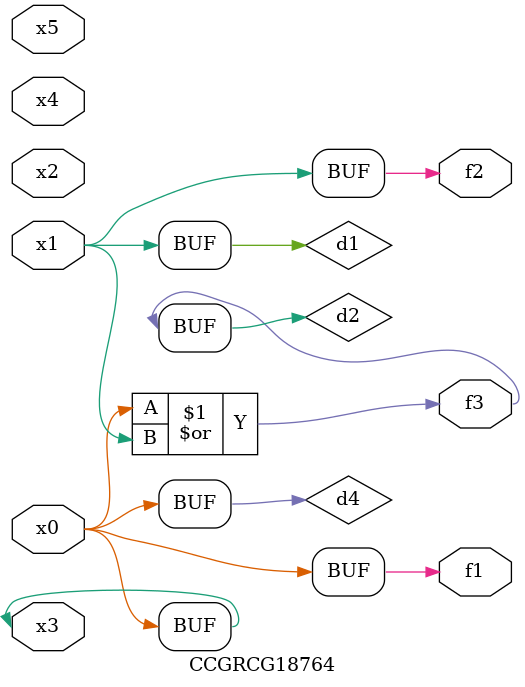
<source format=v>
module CCGRCG18764(
	input x0, x1, x2, x3, x4, x5,
	output f1, f2, f3
);

	wire d1, d2, d3, d4;

	and (d1, x1);
	or (d2, x0, x1);
	nand (d3, x0, x5);
	buf (d4, x0, x3);
	assign f1 = d4;
	assign f2 = d1;
	assign f3 = d2;
endmodule

</source>
